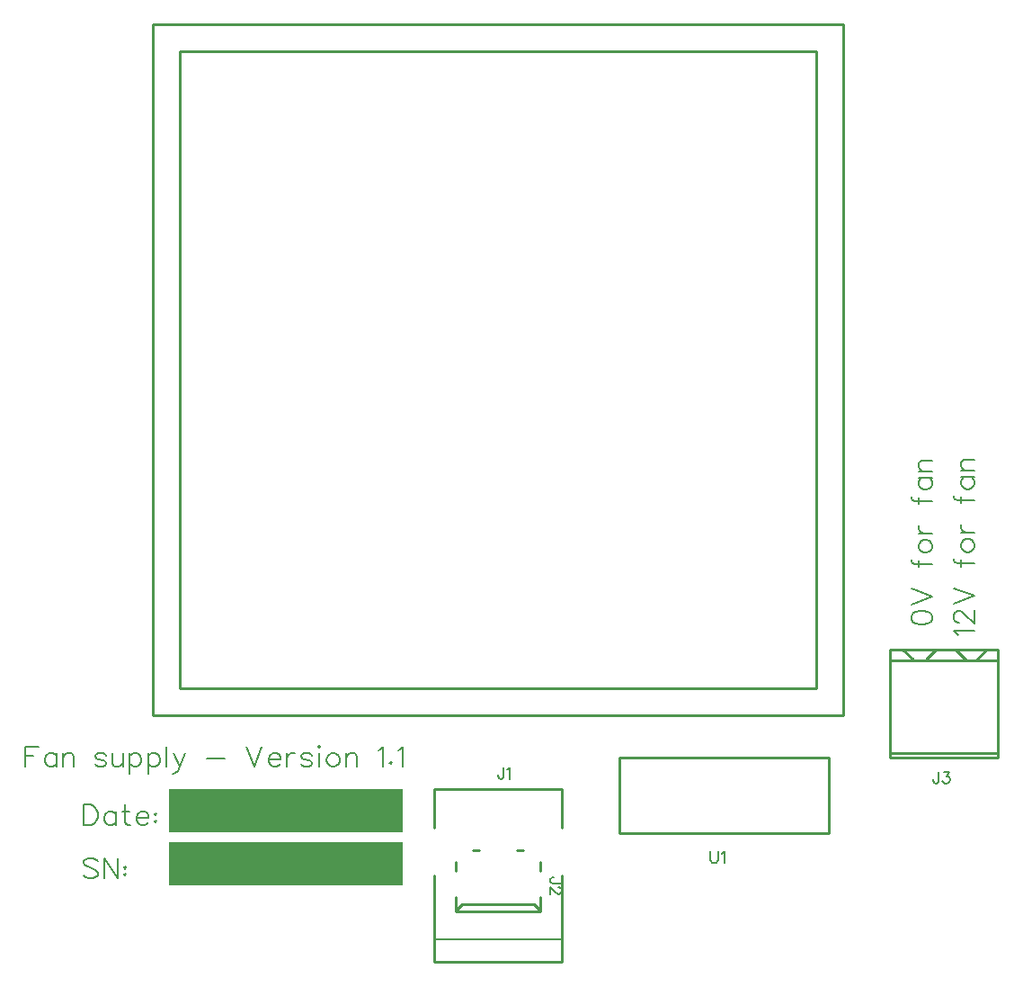
<source format=gto>
G04 Layer: TopSilkscreenLayer*
G04 EasyEDA v6.5.1, 2022-08-30 03:35:26*
G04 a67cddfb3fce44daa9051d46cbbcc19f,10*
G04 Gerber Generator version 0.2*
G04 Scale: 100 percent, Rotated: No, Reflected: No *
G04 Dimensions in millimeters *
G04 leading zeros omitted , absolute positions ,4 integer and 5 decimal *
%FSLAX45Y45*%
%MOMM*%

%ADD10C,0.2540*%
%ADD22C,0.1270*%
%ADD23C,0.2032*%
%ADD24C,0.1524*%
%ADD25C,0.2500*%

%LPD*%
D23*
X8894899Y2655430D02*
G01*
X8904297Y2627744D01*
X8931983Y2609202D01*
X8977957Y2600058D01*
X9005897Y2600058D01*
X9051871Y2609202D01*
X9079557Y2627744D01*
X9088955Y2655430D01*
X9088955Y2673972D01*
X9079557Y2701658D01*
X9051871Y2719946D01*
X9005897Y2729344D01*
X8977957Y2729344D01*
X8931983Y2719946D01*
X8904297Y2701658D01*
X8894899Y2673972D01*
X8894899Y2655430D01*
X8894899Y2790304D02*
G01*
X9088955Y2864218D01*
X8894899Y2938132D02*
G01*
X9088955Y2864218D01*
X8894899Y3215246D02*
G01*
X8894899Y3196704D01*
X8904297Y3178162D01*
X8931983Y3169018D01*
X9088955Y3169018D01*
X8959669Y3141332D02*
G01*
X8959669Y3205848D01*
X8959669Y3322180D02*
G01*
X8968813Y3303892D01*
X8987355Y3285350D01*
X9015041Y3276206D01*
X9033583Y3276206D01*
X9061269Y3285350D01*
X9079557Y3303892D01*
X9088955Y3322180D01*
X9088955Y3349866D01*
X9079557Y3368408D01*
X9061269Y3386950D01*
X9033583Y3396094D01*
X9015041Y3396094D01*
X8987355Y3386950D01*
X8968813Y3368408D01*
X8959669Y3349866D01*
X8959669Y3322180D01*
X8959669Y3457054D02*
G01*
X9088955Y3457054D01*
X9015041Y3457054D02*
G01*
X8987355Y3466452D01*
X8968813Y3484740D01*
X8959669Y3503282D01*
X8959669Y3530968D01*
X8894899Y3808082D02*
G01*
X8894899Y3789540D01*
X8904297Y3771252D01*
X8931983Y3761854D01*
X9088955Y3761854D01*
X8959669Y3734168D02*
G01*
X8959669Y3798938D01*
X8959669Y3979786D02*
G01*
X9088955Y3979786D01*
X8987355Y3979786D02*
G01*
X8968813Y3961498D01*
X8959669Y3942956D01*
X8959669Y3915270D01*
X8968813Y3896728D01*
X8987355Y3878186D01*
X9015041Y3869042D01*
X9033583Y3869042D01*
X9061269Y3878186D01*
X9079557Y3896728D01*
X9088955Y3915270D01*
X9088955Y3942956D01*
X9079557Y3961498D01*
X9061269Y3979786D01*
X8959669Y4040746D02*
G01*
X9088955Y4040746D01*
X8996499Y4040746D02*
G01*
X8968813Y4068686D01*
X8959669Y4086974D01*
X8959669Y4114660D01*
X8968813Y4133202D01*
X8996499Y4142346D01*
X9088955Y4142346D01*
X9331909Y2500109D02*
G01*
X9322765Y2518397D01*
X9295079Y2546083D01*
X9488881Y2546083D01*
X9341053Y2616441D02*
G01*
X9331909Y2616441D01*
X9313367Y2625585D01*
X9304223Y2634729D01*
X9295079Y2653271D01*
X9295079Y2690355D01*
X9304223Y2708643D01*
X9313367Y2718041D01*
X9331909Y2727185D01*
X9350451Y2727185D01*
X9368739Y2718041D01*
X9396679Y2699499D01*
X9488881Y2607043D01*
X9488881Y2736329D01*
X9295079Y2797289D02*
G01*
X9488881Y2871203D01*
X9295079Y2945117D02*
G01*
X9488881Y2871203D01*
X9295079Y3222231D02*
G01*
X9295079Y3203689D01*
X9304223Y3185401D01*
X9331909Y3176003D01*
X9488881Y3176003D01*
X9359595Y3148317D02*
G01*
X9359595Y3213087D01*
X9359595Y3329419D02*
G01*
X9368739Y3310877D01*
X9387281Y3292589D01*
X9414967Y3283191D01*
X9433509Y3283191D01*
X9461195Y3292589D01*
X9479737Y3310877D01*
X9488881Y3329419D01*
X9488881Y3357105D01*
X9479737Y3375647D01*
X9461195Y3394189D01*
X9433509Y3403333D01*
X9414967Y3403333D01*
X9387281Y3394189D01*
X9368739Y3375647D01*
X9359595Y3357105D01*
X9359595Y3329419D01*
X9359595Y3464293D02*
G01*
X9488881Y3464293D01*
X9414967Y3464293D02*
G01*
X9387281Y3473437D01*
X9368739Y3491979D01*
X9359595Y3510521D01*
X9359595Y3538207D01*
X9295079Y3815321D02*
G01*
X9295079Y3796779D01*
X9304223Y3778237D01*
X9331909Y3769093D01*
X9488881Y3769093D01*
X9359595Y3741407D02*
G01*
X9359595Y3805923D01*
X9359595Y3987025D02*
G01*
X9488881Y3987025D01*
X9387281Y3987025D02*
G01*
X9368739Y3968483D01*
X9359595Y3950195D01*
X9359595Y3922509D01*
X9368739Y3903967D01*
X9387281Y3885425D01*
X9414967Y3876281D01*
X9433509Y3876281D01*
X9461195Y3885425D01*
X9479737Y3903967D01*
X9488881Y3922509D01*
X9488881Y3950195D01*
X9479737Y3968483D01*
X9461195Y3987025D01*
X9359595Y4047985D02*
G01*
X9488881Y4047985D01*
X9396679Y4047985D02*
G01*
X9368739Y4075671D01*
X9359595Y4094213D01*
X9359595Y4121899D01*
X9368739Y4140441D01*
X9396679Y4149585D01*
X9488881Y4149585D01*
X1229319Y377339D02*
G01*
X1210845Y395813D01*
X1183137Y405048D01*
X1146192Y405048D01*
X1118483Y395813D01*
X1100010Y377339D01*
X1100010Y358866D01*
X1109245Y340395D01*
X1118483Y331157D01*
X1136954Y321922D01*
X1192375Y303448D01*
X1210845Y294213D01*
X1220083Y284977D01*
X1229319Y266504D01*
X1229319Y238795D01*
X1210845Y220322D01*
X1183137Y211086D01*
X1146192Y211086D01*
X1118483Y220322D01*
X1100010Y238795D01*
X1290279Y405048D02*
G01*
X1290279Y211086D01*
X1290279Y405048D02*
G01*
X1419588Y211086D01*
X1419588Y405048D02*
G01*
X1419588Y211086D01*
X1489786Y321922D02*
G01*
X1480548Y312686D01*
X1489786Y303448D01*
X1499021Y312686D01*
X1489786Y321922D01*
X1489786Y257266D02*
G01*
X1480548Y248030D01*
X1489786Y238795D01*
X1499021Y248030D01*
X1489786Y257266D01*
X1100010Y905047D02*
G01*
X1100010Y711085D01*
X1100010Y905047D02*
G01*
X1164666Y905047D01*
X1192375Y895812D01*
X1210845Y877338D01*
X1220083Y858865D01*
X1229319Y831156D01*
X1229319Y784976D01*
X1220083Y757265D01*
X1210845Y738794D01*
X1192375Y720321D01*
X1164666Y711085D01*
X1100010Y711085D01*
X1401114Y840394D02*
G01*
X1401114Y711085D01*
X1401114Y812685D02*
G01*
X1382643Y831156D01*
X1364170Y840394D01*
X1336461Y840394D01*
X1317988Y831156D01*
X1299514Y812685D01*
X1290279Y784976D01*
X1290279Y766503D01*
X1299514Y738794D01*
X1317988Y720321D01*
X1336461Y711085D01*
X1364170Y711085D01*
X1382643Y720321D01*
X1401114Y738794D01*
X1489786Y905047D02*
G01*
X1489786Y748029D01*
X1499021Y720321D01*
X1517495Y711085D01*
X1535965Y711085D01*
X1462074Y840394D02*
G01*
X1526730Y840394D01*
X1596925Y784976D02*
G01*
X1707763Y784976D01*
X1707763Y803447D01*
X1698525Y821921D01*
X1689290Y831156D01*
X1670817Y840394D01*
X1643108Y840394D01*
X1624634Y831156D01*
X1606163Y812685D01*
X1596925Y784976D01*
X1596925Y766503D01*
X1606163Y738794D01*
X1624634Y720321D01*
X1643108Y711085D01*
X1670817Y711085D01*
X1689290Y720321D01*
X1707763Y738794D01*
X1777959Y821921D02*
G01*
X1768723Y812685D01*
X1777959Y803447D01*
X1787194Y812685D01*
X1777959Y821921D01*
X1777959Y757265D02*
G01*
X1768723Y748029D01*
X1777959Y738794D01*
X1787194Y748029D01*
X1777959Y757265D01*
X549910Y1455165D02*
G01*
X549910Y1261110D01*
X549910Y1455165D02*
G01*
X670052Y1455165D01*
X549910Y1362710D02*
G01*
X623823Y1362710D01*
X841755Y1390395D02*
G01*
X841755Y1261110D01*
X841755Y1362710D02*
G01*
X823468Y1381252D01*
X804926Y1390395D01*
X777239Y1390395D01*
X758697Y1381252D01*
X740155Y1362710D01*
X731012Y1335023D01*
X731012Y1316481D01*
X740155Y1288795D01*
X758697Y1270254D01*
X777239Y1261110D01*
X804926Y1261110D01*
X823468Y1270254D01*
X841755Y1288795D01*
X902715Y1390395D02*
G01*
X902715Y1261110D01*
X902715Y1353565D02*
G01*
X930655Y1381252D01*
X948944Y1390395D01*
X976629Y1390395D01*
X995171Y1381252D01*
X1004315Y1353565D01*
X1004315Y1261110D01*
X1309115Y1362710D02*
G01*
X1299971Y1381252D01*
X1272286Y1390395D01*
X1244600Y1390395D01*
X1216913Y1381252D01*
X1207515Y1362710D01*
X1216913Y1344168D01*
X1235455Y1335023D01*
X1281429Y1325626D01*
X1299971Y1316481D01*
X1309115Y1297939D01*
X1309115Y1288795D01*
X1299971Y1270254D01*
X1272286Y1261110D01*
X1244600Y1261110D01*
X1216913Y1270254D01*
X1207515Y1288795D01*
X1370076Y1390395D02*
G01*
X1370076Y1297939D01*
X1379473Y1270254D01*
X1398015Y1261110D01*
X1425702Y1261110D01*
X1443989Y1270254D01*
X1471676Y1297939D01*
X1471676Y1390395D02*
G01*
X1471676Y1261110D01*
X1532636Y1390395D02*
G01*
X1532636Y1196339D01*
X1532636Y1362710D02*
G01*
X1551178Y1381252D01*
X1569720Y1390395D01*
X1597405Y1390395D01*
X1615947Y1381252D01*
X1634236Y1362710D01*
X1643634Y1335023D01*
X1643634Y1316481D01*
X1634236Y1288795D01*
X1615947Y1270254D01*
X1597405Y1261110D01*
X1569720Y1261110D01*
X1551178Y1270254D01*
X1532636Y1288795D01*
X1704594Y1390395D02*
G01*
X1704594Y1196339D01*
X1704594Y1362710D02*
G01*
X1723136Y1381252D01*
X1741423Y1390395D01*
X1769110Y1390395D01*
X1787652Y1381252D01*
X1806194Y1362710D01*
X1815337Y1335023D01*
X1815337Y1316481D01*
X1806194Y1288795D01*
X1787652Y1270254D01*
X1769110Y1261110D01*
X1741423Y1261110D01*
X1723136Y1270254D01*
X1704594Y1288795D01*
X1876297Y1455165D02*
G01*
X1876297Y1261110D01*
X1946656Y1390395D02*
G01*
X2002027Y1261110D01*
X2057400Y1390395D02*
G01*
X2002027Y1261110D01*
X1983486Y1224026D01*
X1964943Y1205737D01*
X1946656Y1196339D01*
X1937258Y1196339D01*
X2260600Y1344168D02*
G01*
X2426715Y1344168D01*
X2629915Y1455165D02*
G01*
X2703829Y1261110D01*
X2777743Y1455165D02*
G01*
X2703829Y1261110D01*
X2838704Y1335023D02*
G01*
X2949702Y1335023D01*
X2949702Y1353565D01*
X2940304Y1371854D01*
X2931159Y1381252D01*
X2912618Y1390395D01*
X2884931Y1390395D01*
X2866390Y1381252D01*
X2848102Y1362710D01*
X2838704Y1335023D01*
X2838704Y1316481D01*
X2848102Y1288795D01*
X2866390Y1270254D01*
X2884931Y1261110D01*
X2912618Y1261110D01*
X2931159Y1270254D01*
X2949702Y1288795D01*
X3010661Y1390395D02*
G01*
X3010661Y1261110D01*
X3010661Y1335023D02*
G01*
X3019806Y1362710D01*
X3038347Y1381252D01*
X3056636Y1390395D01*
X3084575Y1390395D01*
X3247136Y1362710D02*
G01*
X3237738Y1381252D01*
X3210052Y1390395D01*
X3182365Y1390395D01*
X3154679Y1381252D01*
X3145536Y1362710D01*
X3154679Y1344168D01*
X3173222Y1335023D01*
X3219195Y1325626D01*
X3237738Y1316481D01*
X3247136Y1297939D01*
X3247136Y1288795D01*
X3237738Y1270254D01*
X3210052Y1261110D01*
X3182365Y1261110D01*
X3154679Y1270254D01*
X3145536Y1288795D01*
X3308095Y1455165D02*
G01*
X3317240Y1445768D01*
X3326384Y1455165D01*
X3317240Y1464310D01*
X3308095Y1455165D01*
X3317240Y1390395D02*
G01*
X3317240Y1261110D01*
X3433572Y1390395D02*
G01*
X3415029Y1381252D01*
X3396741Y1362710D01*
X3387343Y1335023D01*
X3387343Y1316481D01*
X3396741Y1288795D01*
X3415029Y1270254D01*
X3433572Y1261110D01*
X3461258Y1261110D01*
X3479800Y1270254D01*
X3498341Y1288795D01*
X3507486Y1316481D01*
X3507486Y1335023D01*
X3498341Y1362710D01*
X3479800Y1381252D01*
X3461258Y1390395D01*
X3433572Y1390395D01*
X3568445Y1390395D02*
G01*
X3568445Y1261110D01*
X3568445Y1353565D02*
G01*
X3596131Y1381252D01*
X3614674Y1390395D01*
X3642359Y1390395D01*
X3660902Y1381252D01*
X3670045Y1353565D01*
X3670045Y1261110D01*
X3873245Y1418081D02*
G01*
X3891788Y1427226D01*
X3919474Y1455165D01*
X3919474Y1261110D01*
X3989577Y1307337D02*
G01*
X3980434Y1297939D01*
X3989577Y1288795D01*
X3998975Y1297939D01*
X3989577Y1307337D01*
X4059936Y1418081D02*
G01*
X4078224Y1427226D01*
X4105909Y1455165D01*
X4105909Y1261110D01*
D24*
X7000001Y465315D02*
G01*
X7000001Y387337D01*
X7005081Y371843D01*
X7015495Y361429D01*
X7031243Y356349D01*
X7041657Y356349D01*
X7057151Y361429D01*
X7067565Y371843D01*
X7072645Y387337D01*
X7072645Y465315D01*
X7106935Y444487D02*
G01*
X7117349Y449821D01*
X7133097Y465315D01*
X7133097Y356349D01*
X5053175Y1258133D02*
G01*
X5053175Y1175075D01*
X5047841Y1159581D01*
X5042761Y1154247D01*
X5032347Y1149167D01*
X5021933Y1149167D01*
X5011519Y1154247D01*
X5006439Y1159581D01*
X5001105Y1175075D01*
X5001105Y1185489D01*
X5087465Y1237559D02*
G01*
X5097879Y1242639D01*
X5113373Y1258133D01*
X5113373Y1149167D01*
X5597916Y167970D02*
G01*
X5514858Y167970D01*
X5499110Y173050D01*
X5494030Y178384D01*
X5488950Y188544D01*
X5488950Y198958D01*
X5494030Y209372D01*
X5499110Y214706D01*
X5514858Y219786D01*
X5525272Y219786D01*
X5572008Y128346D02*
G01*
X5577088Y128346D01*
X5587502Y123266D01*
X5592836Y117932D01*
X5597916Y107518D01*
X5597916Y86944D01*
X5592836Y76530D01*
X5587502Y71196D01*
X5577088Y66116D01*
X5566674Y66116D01*
X5556260Y71196D01*
X5540766Y81610D01*
X5488950Y133680D01*
X5488950Y60782D01*
X9152069Y1215278D02*
G01*
X9152069Y1132220D01*
X9146735Y1116726D01*
X9141655Y1111392D01*
X9131241Y1106312D01*
X9120827Y1106312D01*
X9110413Y1111392D01*
X9105079Y1116726D01*
X9099999Y1132220D01*
X9099999Y1142634D01*
X9196519Y1215278D02*
G01*
X9253669Y1215278D01*
X9222681Y1173876D01*
X9238175Y1173876D01*
X9248589Y1168542D01*
X9253669Y1163462D01*
X9259003Y1147714D01*
X9259003Y1137300D01*
X9253669Y1121806D01*
X9243509Y1111392D01*
X9227761Y1106312D01*
X9212267Y1106312D01*
X9196519Y1111392D01*
X9191439Y1116726D01*
X9186359Y1127140D01*
G36*
X1900021Y550011D02*
G01*
X1900021Y150012D01*
X4100017Y150012D01*
X4100017Y550011D01*
G37*
G36*
X1899970Y1049985D02*
G01*
X1899970Y649986D01*
X4100017Y649986D01*
X4100017Y1049985D01*
G37*
D10*
X6144000Y640001D02*
G01*
X6144000Y1351600D01*
X8117601Y1351600D01*
X8117601Y640400D01*
X6144000Y640001D02*
G01*
X8109000Y640001D01*
D22*
X5600001Y-364495D02*
G01*
X4400001Y-364497D01*
D10*
X4400001Y1054506D02*
G01*
X4400001Y687603D01*
X4400001Y241416D02*
G01*
X4400001Y-575495D01*
X4400001Y-575495D02*
G01*
X5600001Y-575495D01*
X5600001Y-575495D02*
G01*
X5600001Y241416D01*
X5600001Y687603D02*
G01*
X5600001Y1054506D01*
X5599998Y1054506D02*
G01*
X4400001Y1054506D01*
X5399999Y-100751D02*
G01*
X4600000Y-100751D01*
X5338988Y-29758D02*
G01*
X4662002Y-29758D01*
X5397992Y-100751D02*
G01*
X5397992Y-88762D01*
X5338988Y-29758D01*
X4602998Y-98745D02*
G01*
X4602998Y-88762D01*
X4662002Y-29758D01*
X5238061Y474228D02*
G01*
X5174574Y474228D01*
X4823343Y474228D02*
G01*
X4761938Y474228D01*
X5399999Y371368D02*
G01*
X5399999Y283471D01*
X5399999Y36517D02*
G01*
X5399999Y-100751D01*
X4600000Y371368D02*
G01*
X4600000Y283471D01*
X4600000Y36517D02*
G01*
X4600000Y-88762D01*
X8691999Y2365999D02*
G01*
X8691999Y1349999D01*
X8691999Y2365999D02*
G01*
X9705383Y2365999D01*
X8691999Y1349999D02*
G01*
X9705383Y1349999D01*
X8691999Y2266863D02*
G01*
X9703630Y2266863D01*
X9707999Y2365745D02*
G01*
X9707999Y1349745D01*
X8691999Y1389496D02*
G01*
X9706526Y1389496D01*
X9500989Y2267752D02*
G01*
X9597001Y2363764D01*
X9407999Y2267752D02*
G01*
X9311987Y2363764D01*
X9029006Y2269581D02*
G01*
X9125018Y2365593D01*
X8909982Y2269581D02*
G01*
X8813970Y2365593D01*
D25*
X2000001Y7999999D02*
G01*
X7999999Y7999999D01*
X7999999Y2000001D01*
X2000001Y2000001D01*
X2000001Y7999999D01*
X1750009Y8249996D02*
G01*
X8250021Y8249996D01*
X8250021Y1749983D01*
X1750009Y1749983D01*
X1750009Y8249996D01*
M02*

</source>
